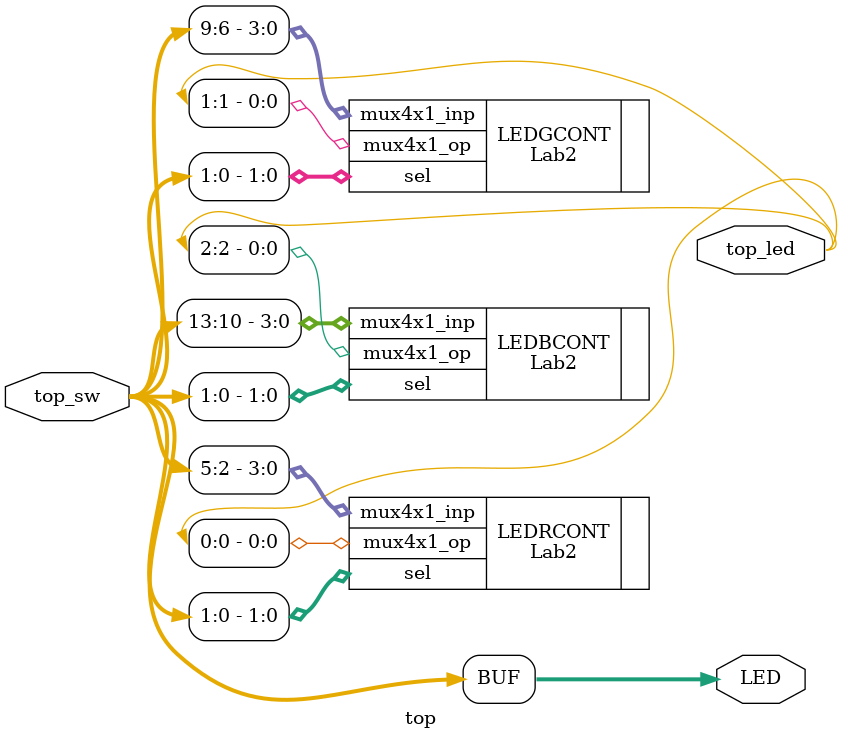
<source format=v>
`timescale 1ns / 1ps


module top(
        input [13:0] top_sw,
        output [13:0] LED,
        output [2:0] top_led
             );
    
    assign LED = top_sw;
    
    Lab2 LEDRCONT (
                        .sel(top_sw[1:0]), 
                        .mux4x1_inp(top_sw[5:2]),
                        .mux4x1_op(top_led[0])
                   );
    
     Lab2 LEDGCONT (
                        .sel(top_sw[1:0]), 
                        .mux4x1_inp(top_sw[9:6]),
                        .mux4x1_op(top_led[1])
                   );

    Lab2 LEDBCONT (
                        .sel(top_sw[1:0]), 
                        .mux4x1_inp(top_sw[13:10]),
                        .mux4x1_op(top_led[2])
                   );
endmodule

</source>
